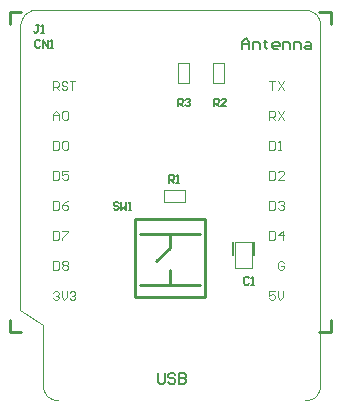
<source format=gto>
G04*
G04 #@! TF.GenerationSoftware,Altium Limited,Altium Designer,18.1.9 (240)*
G04*
G04 Layer_Color=65535*
%FSLAX25Y25*%
%MOIN*%
G70*
G01*
G75*
%ADD10C,0.00394*%
%ADD11C,0.01000*%
%ADD12C,0.00787*%
%ADD13C,0.00500*%
%ADD14C,0.00446*%
%ADD15C,0.00408*%
%ADD16C,0.00100*%
%ADD17C,0.00394*%
D10*
X429572Y295500D02*
D03*
X452697Y276000D02*
D03*
X444197Y336500D02*
D03*
X432697Y336543D02*
D03*
D11*
X416063Y287992D02*
X439685D01*
Y262008D02*
Y287992D01*
X416063Y262008D02*
X439685D01*
X416063D02*
Y287992D01*
X418032Y265945D02*
X437716D01*
X418032Y282874D02*
X437716D01*
X427874Y278937D02*
Y282874D01*
Y265945D02*
Y270945D01*
Y278346D02*
Y278858D01*
X423307Y273780D02*
X427874Y278346D01*
X477567Y250106D02*
X481504D01*
Y254043D01*
X374417Y250106D02*
X378354D01*
X374417D02*
Y254043D01*
Y352862D02*
Y356799D01*
X378354D01*
X477567D02*
X481504D01*
Y352862D02*
Y356799D01*
D12*
X448957Y276000D02*
X448957Y280134D01*
X456043Y276000D02*
X456043Y280134D01*
X423807Y236526D02*
Y233575D01*
X424398Y232984D01*
X425578D01*
X426168Y233575D01*
Y236526D01*
X429711Y235936D02*
X429120Y236526D01*
X427940D01*
X427349Y235936D01*
Y235346D01*
X427940Y234755D01*
X429120D01*
X429711Y234165D01*
Y233575D01*
X429120Y232984D01*
X427940D01*
X427349Y233575D01*
X430891Y236526D02*
Y232984D01*
X432662D01*
X433253Y233575D01*
Y234165D01*
X432662Y234755D01*
X430891D01*
X432662D01*
X433253Y235346D01*
Y235936D01*
X432662Y236526D01*
X430891D01*
X452000Y344500D02*
Y346861D01*
X453181Y348042D01*
X454361Y346861D01*
Y344500D01*
Y346271D01*
X452000D01*
X455542Y344500D02*
Y346861D01*
X457313D01*
X457904Y346271D01*
Y344500D01*
X459675Y347452D02*
Y346861D01*
X459084D01*
X460265D01*
X459675D01*
Y345090D01*
X460265Y344500D01*
X463807D02*
X462627D01*
X462036Y345090D01*
Y346271D01*
X462627Y346861D01*
X463807D01*
X464398Y346271D01*
Y345681D01*
X462036D01*
X465578Y344500D02*
Y346861D01*
X467349D01*
X467940Y346271D01*
Y344500D01*
X469120D02*
Y346861D01*
X470892D01*
X471482Y346271D01*
Y344500D01*
X473253Y346861D02*
X474434D01*
X475024Y346271D01*
Y344500D01*
X473253D01*
X472663Y345090D01*
X473253Y345681D01*
X475024D01*
D13*
X384666Y347083D02*
X384250Y347499D01*
X383417D01*
X383000Y347083D01*
Y345416D01*
X383417Y345000D01*
X384250D01*
X384666Y345416D01*
X385499Y345000D02*
Y347499D01*
X387165Y345000D01*
Y347499D01*
X387998Y345000D02*
X388831D01*
X388415D01*
Y347499D01*
X387998Y347083D01*
X410766Y293083D02*
X410350Y293499D01*
X409516D01*
X409100Y293083D01*
Y292666D01*
X409516Y292250D01*
X410350D01*
X410766Y291833D01*
Y291417D01*
X410350Y291000D01*
X409516D01*
X409100Y291417D01*
X411599Y293499D02*
Y291000D01*
X412432Y291833D01*
X413265Y291000D01*
Y293499D01*
X414098Y291000D02*
X414931D01*
X414515D01*
Y293499D01*
X414098Y293083D01*
X427500Y300000D02*
Y302499D01*
X428750D01*
X429166Y302083D01*
Y301250D01*
X428750Y300833D01*
X427500D01*
X428333D02*
X429166Y300000D01*
X429999D02*
X430832D01*
X430416D01*
Y302499D01*
X429999Y302083D01*
X384166Y352499D02*
X383333D01*
X383750D01*
Y350416D01*
X383333Y350000D01*
X382916D01*
X382500Y350416D01*
X384999Y350000D02*
X385832D01*
X385416D01*
Y352499D01*
X384999Y352083D01*
X454166Y268083D02*
X453750Y268499D01*
X452916D01*
X452500Y268083D01*
Y266417D01*
X452916Y266000D01*
X453750D01*
X454166Y266417D01*
X454999Y266000D02*
X455832D01*
X455416D01*
Y268499D01*
X454999Y268083D01*
X442500Y325500D02*
Y327999D01*
X443750D01*
X444166Y327583D01*
Y326750D01*
X443750Y326333D01*
X442500D01*
X443333D02*
X444166Y325500D01*
X446665D02*
X444999D01*
X446665Y327166D01*
Y327583D01*
X446249Y327999D01*
X445416D01*
X444999Y327583D01*
X430500Y325500D02*
Y327999D01*
X431750D01*
X432166Y327583D01*
Y326750D01*
X431750Y326333D01*
X430500D01*
X431333D02*
X432166Y325500D01*
X432999Y327583D02*
X433416Y327999D01*
X434249D01*
X434665Y327583D01*
Y327166D01*
X434249Y326750D01*
X433832D01*
X434249D01*
X434665Y326333D01*
Y325917D01*
X434249Y325500D01*
X433416D01*
X432999Y325917D01*
D14*
X389000Y283974D02*
Y281000D01*
X390487D01*
X390983Y281496D01*
Y283478D01*
X390487Y283974D01*
X389000D01*
X391974D02*
X393957D01*
Y283478D01*
X391974Y281496D01*
Y281000D01*
X389000Y293974D02*
Y291000D01*
X390487D01*
X390983Y291496D01*
Y293478D01*
X390487Y293974D01*
X389000D01*
X393957D02*
X392965Y293478D01*
X391974Y292487D01*
Y291496D01*
X392470Y291000D01*
X393461D01*
X393957Y291496D01*
Y291991D01*
X393461Y292487D01*
X391974D01*
X389000Y321000D02*
Y322983D01*
X389991Y323974D01*
X390983Y322983D01*
Y321000D01*
Y322487D01*
X389000D01*
X391974Y323478D02*
X392470Y323974D01*
X393461D01*
X393957Y323478D01*
Y321496D01*
X393461Y321000D01*
X392470D01*
X391974Y321496D01*
Y323478D01*
X389000Y273974D02*
Y271000D01*
X390487D01*
X390983Y271496D01*
Y273478D01*
X390487Y273974D01*
X389000D01*
X391974Y273478D02*
X392470Y273974D01*
X393461D01*
X393957Y273478D01*
Y272983D01*
X393461Y272487D01*
X393957Y271991D01*
Y271496D01*
X393461Y271000D01*
X392470D01*
X391974Y271496D01*
Y271991D01*
X392470Y272487D01*
X391974Y272983D01*
Y273478D01*
X392470Y272487D02*
X393461D01*
X389000Y313974D02*
Y311000D01*
X390487D01*
X390983Y311496D01*
Y313478D01*
X390487Y313974D01*
X389000D01*
X391974Y313478D02*
X392470Y313974D01*
X393461D01*
X393957Y313478D01*
Y311496D01*
X393461Y311000D01*
X392470D01*
X391974Y311496D01*
Y313478D01*
X389000Y303974D02*
Y301000D01*
X390487D01*
X390983Y301496D01*
Y303478D01*
X390487Y303974D01*
X389000D01*
X393957D02*
X391974D01*
Y302487D01*
X392965Y302983D01*
X393461D01*
X393957Y302487D01*
Y301496D01*
X393461Y301000D01*
X392470D01*
X391974Y301496D01*
X461000Y283974D02*
Y281000D01*
X462487D01*
X462983Y281496D01*
Y283478D01*
X462487Y283974D01*
X461000D01*
X465461Y281000D02*
Y283974D01*
X463974Y282487D01*
X465957D01*
X461000Y293974D02*
Y291000D01*
X462487D01*
X462983Y291496D01*
Y293478D01*
X462487Y293974D01*
X461000D01*
X463974Y293478D02*
X464470Y293974D01*
X465461D01*
X465957Y293478D01*
Y292983D01*
X465461Y292487D01*
X464965D01*
X465461D01*
X465957Y291991D01*
Y291496D01*
X465461Y291000D01*
X464470D01*
X463974Y291496D01*
X461000Y321000D02*
Y323974D01*
X462487D01*
X462983Y323478D01*
Y322487D01*
X462487Y321991D01*
X461000D01*
X461991D02*
X462983Y321000D01*
X463974Y323974D02*
X465957Y321000D01*
Y323974D02*
X463974Y321000D01*
X461000Y333974D02*
X462983D01*
X461991D01*
Y331000D01*
X463974Y333974D02*
X465957Y331000D01*
Y333974D02*
X463974Y331000D01*
X461000Y313974D02*
Y311000D01*
X462487D01*
X462983Y311496D01*
Y313478D01*
X462487Y313974D01*
X461000D01*
X463974Y311000D02*
X464965D01*
X464470D01*
Y313974D01*
X463974Y313478D01*
X461000Y303974D02*
Y301000D01*
X462487D01*
X462983Y301496D01*
Y303478D01*
X462487Y303974D01*
X461000D01*
X465957Y301000D02*
X463974D01*
X465957Y302983D01*
Y303478D01*
X465461Y303974D01*
X464470D01*
X463974Y303478D01*
D15*
X389000Y331000D02*
Y333719D01*
X390360D01*
X390813Y333266D01*
Y332360D01*
X390360Y331906D01*
X389000D01*
X389906D02*
X390813Y331000D01*
X393532Y333266D02*
X393079Y333719D01*
X392172D01*
X391719Y333266D01*
Y332813D01*
X392172Y332360D01*
X393079D01*
X393532Y331906D01*
Y331453D01*
X393079Y331000D01*
X392172D01*
X391719Y331453D01*
X394438Y333719D02*
X396251D01*
X395345D01*
Y331000D01*
X389000Y263266D02*
X389453Y263719D01*
X390360D01*
X390813Y263266D01*
Y262813D01*
X390360Y262360D01*
X389906D01*
X390360D01*
X390813Y261906D01*
Y261453D01*
X390360Y261000D01*
X389453D01*
X389000Y261453D01*
X391719Y263719D02*
Y261906D01*
X392625Y261000D01*
X393532Y261906D01*
Y263719D01*
X394438Y263266D02*
X394891Y263719D01*
X395798D01*
X396251Y263266D01*
Y262813D01*
X395798Y262360D01*
X395345D01*
X395798D01*
X396251Y261906D01*
Y261453D01*
X395798Y261000D01*
X394891D01*
X394438Y261453D01*
X465813Y273266D02*
X465360Y273719D01*
X464453D01*
X464000Y273266D01*
Y271453D01*
X464453Y271000D01*
X465360D01*
X465813Y271453D01*
Y272360D01*
X464906D01*
X462813Y263719D02*
X461000D01*
Y262360D01*
X461906Y262813D01*
X462360D01*
X462813Y262360D01*
Y261453D01*
X462360Y261000D01*
X461453D01*
X461000Y261453D01*
X463719Y263719D02*
Y261906D01*
X464626Y261000D01*
X465532Y261906D01*
Y263719D01*
D16*
X383000Y357500D02*
X382025Y357404D01*
X381087Y357119D01*
X380222Y356657D01*
X379465Y356035D01*
X378843Y355278D01*
X378381Y354413D01*
X378096Y353475D01*
X378000Y352500D01*
X478000D02*
X477904Y353475D01*
X477619Y354413D01*
X477157Y355278D01*
X476536Y356035D01*
X475778Y356657D01*
X474913Y357119D01*
X473976Y357404D01*
X473000Y357500D01*
Y227500D02*
X473976Y227596D01*
X474913Y227881D01*
X475778Y228343D01*
X476536Y228964D01*
X477157Y229722D01*
X477619Y230587D01*
X477904Y231524D01*
X478000Y232500D01*
X385500D02*
X385596Y231524D01*
X385881Y230587D01*
X386343Y229722D01*
X386965Y228964D01*
X387722Y228343D01*
X388587Y227881D01*
X389525Y227596D01*
X390500Y227500D01*
X478000Y232500D02*
Y352500D01*
X378000Y257500D02*
Y352500D01*
X382874Y357500D02*
X472874D01*
X378000Y257500D02*
X385500Y252500D01*
Y232500D02*
Y252500D01*
D17*
X426029Y293630D02*
X432722D01*
X426029Y297370D02*
X432722D01*
Y293630D02*
Y297370D01*
X426029Y293630D02*
Y297370D01*
X449646Y280331D02*
X455354D01*
X449646Y271669D02*
X455354D01*
Y280331D01*
X449646Y271669D02*
Y280331D01*
X445870Y333154D02*
Y339846D01*
X442130Y333154D02*
Y339846D01*
X445870D01*
X442130Y333154D02*
X445870D01*
X434370Y333197D02*
Y339890D01*
X430630Y333197D02*
Y339890D01*
X434370D01*
X430630Y333197D02*
X434370D01*
M02*

</source>
